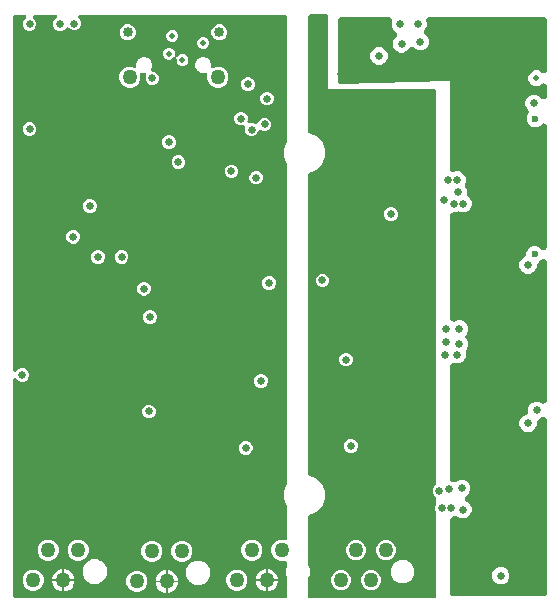
<source format=gbr>
G04 EAGLE Gerber RS-274X export*
G75*
%MOMM*%
%FSLAX34Y34*%
%LPD*%
%INCopper Layer 15*%
%IPPOS*%
%AMOC8*
5,1,8,0,0,1.08239X$1,22.5*%
G01*
G04 Define Apertures*
%ADD10C,1.275000*%
%ADD11C,0.850000*%
%ADD12C,0.650000*%
%ADD13C,0.500000*%
%ADD14C,0.600000*%
G36*
X234070Y3423D02*
X234571Y3766D01*
X234898Y4277D01*
X235000Y4826D01*
X235000Y21139D01*
X234796Y21901D01*
X234310Y22743D01*
X234310Y28257D01*
X234796Y29099D01*
X235000Y29861D01*
X235000Y33392D01*
X234879Y33987D01*
X234536Y34487D01*
X234025Y34814D01*
X233427Y34915D01*
X232893Y34800D01*
X232373Y34585D01*
X228827Y34585D01*
X225550Y35942D01*
X223042Y38450D01*
X221685Y41727D01*
X221685Y45273D01*
X223042Y48550D01*
X225550Y51058D01*
X228827Y52415D01*
X232373Y52415D01*
X232893Y52200D01*
X233488Y52084D01*
X234082Y52209D01*
X234579Y52556D01*
X234902Y53070D01*
X235000Y53608D01*
X235000Y80076D01*
X234884Y80659D01*
X232460Y86511D01*
X232460Y93489D01*
X234884Y99341D01*
X235000Y99924D01*
X235000Y370076D01*
X234884Y370659D01*
X232460Y376511D01*
X232460Y383489D01*
X234884Y389341D01*
X235000Y389924D01*
X235000Y495174D01*
X234879Y495768D01*
X234536Y496269D01*
X234025Y496596D01*
X233476Y496698D01*
X59626Y496698D01*
X59031Y496577D01*
X58531Y496234D01*
X58204Y495723D01*
X58102Y495125D01*
X58242Y494535D01*
X58548Y494096D01*
X59909Y492736D01*
X60790Y490608D01*
X60790Y488304D01*
X59909Y486176D01*
X58280Y484548D01*
X56152Y483666D01*
X53848Y483666D01*
X51720Y484548D01*
X50294Y485973D01*
X49789Y486308D01*
X49192Y486420D01*
X48600Y486290D01*
X48105Y485939D01*
X48066Y485877D01*
X46280Y484092D01*
X44152Y483210D01*
X41848Y483210D01*
X39720Y484092D01*
X38092Y485720D01*
X37210Y487848D01*
X37210Y490152D01*
X38092Y492280D01*
X39908Y494096D01*
X40243Y494602D01*
X40354Y495198D01*
X40224Y495791D01*
X39873Y496285D01*
X39357Y496604D01*
X38830Y496698D01*
X21170Y496698D01*
X20575Y496577D01*
X20075Y496234D01*
X19748Y495723D01*
X19646Y495125D01*
X19786Y494535D01*
X20092Y494096D01*
X21909Y492280D01*
X22790Y490152D01*
X22790Y487848D01*
X21909Y485720D01*
X20280Y484092D01*
X18152Y483210D01*
X15848Y483210D01*
X13720Y484092D01*
X12092Y485720D01*
X11210Y487848D01*
X11210Y490152D01*
X12092Y492280D01*
X13908Y494096D01*
X14243Y494602D01*
X14354Y495198D01*
X14224Y495791D01*
X13873Y496285D01*
X13357Y496604D01*
X12830Y496698D01*
X4826Y496698D01*
X4232Y496577D01*
X3731Y496234D01*
X3404Y495723D01*
X3302Y495174D01*
X3302Y196170D01*
X3423Y195575D01*
X3766Y195075D01*
X4277Y194748D01*
X4875Y194646D01*
X5465Y194786D01*
X5904Y195092D01*
X7720Y196909D01*
X9848Y197790D01*
X12152Y197790D01*
X14280Y196909D01*
X15909Y195280D01*
X16790Y193152D01*
X16790Y190848D01*
X15909Y188720D01*
X14280Y187092D01*
X12152Y186210D01*
X9848Y186210D01*
X7720Y187092D01*
X5904Y188908D01*
X5398Y189243D01*
X4802Y189354D01*
X4209Y189224D01*
X3715Y188873D01*
X3396Y188357D01*
X3302Y187830D01*
X3302Y4826D01*
X3423Y4232D01*
X3766Y3731D01*
X4277Y3404D01*
X4826Y3302D01*
X233476Y3302D01*
X234070Y3423D01*
G37*
%LPC*%
G36*
X176399Y475210D02*
X173904Y476244D01*
X171994Y478154D01*
X170960Y480649D01*
X170960Y483351D01*
X171994Y485846D01*
X173904Y487756D01*
X176399Y488790D01*
X179101Y488790D01*
X181596Y487756D01*
X183506Y485846D01*
X184540Y483351D01*
X184540Y480649D01*
X183506Y478154D01*
X181596Y476244D01*
X179101Y475210D01*
X176399Y475210D01*
G37*
G36*
X98899Y475210D02*
X96404Y476244D01*
X94494Y478154D01*
X93460Y480649D01*
X93460Y483351D01*
X94494Y485846D01*
X96404Y487756D01*
X98899Y488790D01*
X101601Y488790D01*
X104096Y487756D01*
X106006Y485846D01*
X107040Y483351D01*
X107040Y480649D01*
X106006Y478154D01*
X104096Y476244D01*
X101601Y475210D01*
X98899Y475210D01*
G37*
G36*
X136998Y473960D02*
X135145Y474727D01*
X133727Y476145D01*
X132960Y477998D01*
X132960Y480003D01*
X133727Y481855D01*
X135145Y483273D01*
X136998Y484040D01*
X139003Y484040D01*
X140855Y483273D01*
X142273Y481855D01*
X143040Y480003D01*
X143040Y477998D01*
X142273Y476145D01*
X140855Y474727D01*
X139003Y473960D01*
X136998Y473960D01*
G37*
G36*
X162998Y467960D02*
X161145Y468727D01*
X159727Y470145D01*
X158960Y471998D01*
X158960Y474003D01*
X159727Y475855D01*
X161145Y477273D01*
X162998Y478040D01*
X165003Y478040D01*
X166855Y477273D01*
X168273Y475855D01*
X169040Y474003D01*
X169040Y471998D01*
X168273Y470145D01*
X166855Y468727D01*
X165003Y467960D01*
X162998Y467960D01*
G37*
G36*
X145498Y453460D02*
X143645Y454227D01*
X142227Y455645D01*
X141460Y457498D01*
X141460Y459653D01*
X141339Y460248D01*
X140996Y460748D01*
X140485Y461075D01*
X139887Y461176D01*
X139297Y461037D01*
X138858Y460731D01*
X137855Y459727D01*
X136003Y458960D01*
X133998Y458960D01*
X132145Y459727D01*
X130727Y461145D01*
X129960Y462998D01*
X129960Y465003D01*
X130727Y466855D01*
X132145Y468273D01*
X133998Y469040D01*
X136003Y469040D01*
X137855Y468273D01*
X139273Y466855D01*
X140040Y465003D01*
X140040Y462847D01*
X140161Y462253D01*
X140504Y461752D01*
X141015Y461425D01*
X141613Y461324D01*
X142203Y461463D01*
X142642Y461769D01*
X143645Y462773D01*
X145498Y463540D01*
X147503Y463540D01*
X149355Y462773D01*
X150773Y461355D01*
X151540Y459503D01*
X151540Y457498D01*
X150773Y455645D01*
X149355Y454227D01*
X147503Y453460D01*
X145498Y453460D01*
G37*
G36*
X174477Y435085D02*
X171200Y436442D01*
X168692Y438950D01*
X167335Y442227D01*
X167335Y445773D01*
X167368Y445853D01*
X167484Y446448D01*
X167358Y447042D01*
X167012Y447539D01*
X166498Y447862D01*
X165960Y447960D01*
X162248Y447960D01*
X161188Y448572D01*
X161009Y448660D01*
X160295Y448956D01*
X160126Y449125D01*
X159811Y449367D01*
X159212Y449712D01*
X158867Y450311D01*
X158625Y450626D01*
X158456Y450795D01*
X158160Y451509D01*
X158072Y451688D01*
X157460Y452748D01*
X157460Y456252D01*
X158072Y457312D01*
X158160Y457491D01*
X158456Y458205D01*
X158625Y458374D01*
X158867Y458689D01*
X159212Y459288D01*
X159811Y459633D01*
X160126Y459875D01*
X160295Y460044D01*
X161009Y460340D01*
X161188Y460428D01*
X162248Y461040D01*
X165752Y461040D01*
X166812Y460428D01*
X166991Y460340D01*
X167705Y460044D01*
X167874Y459875D01*
X168189Y459633D01*
X168788Y459288D01*
X169133Y458689D01*
X169375Y458374D01*
X169544Y458205D01*
X169840Y457491D01*
X169928Y457312D01*
X170540Y456252D01*
X170540Y453565D01*
X170661Y452971D01*
X171004Y452471D01*
X171515Y452144D01*
X172113Y452042D01*
X172647Y452157D01*
X174477Y452915D01*
X178023Y452915D01*
X181300Y451558D01*
X183808Y449050D01*
X185165Y445773D01*
X185165Y442227D01*
X183808Y438950D01*
X181300Y436442D01*
X178023Y435085D01*
X174477Y435085D01*
G37*
G36*
X99977Y435085D02*
X96700Y436442D01*
X94192Y438950D01*
X92835Y442227D01*
X92835Y445773D01*
X94192Y449050D01*
X96700Y451558D01*
X99977Y452915D01*
X103523Y452915D01*
X105353Y452157D01*
X105948Y452041D01*
X106542Y452167D01*
X107039Y452514D01*
X107362Y453027D01*
X107460Y453565D01*
X107460Y456252D01*
X108072Y457312D01*
X108160Y457491D01*
X108456Y458205D01*
X108625Y458374D01*
X108867Y458689D01*
X109212Y459288D01*
X109811Y459633D01*
X110126Y459875D01*
X110295Y460044D01*
X111009Y460340D01*
X111188Y460428D01*
X112248Y461040D01*
X115752Y461040D01*
X116812Y460428D01*
X116991Y460340D01*
X117705Y460044D01*
X117874Y459875D01*
X118189Y459633D01*
X118788Y459288D01*
X119133Y458689D01*
X119375Y458374D01*
X119544Y458205D01*
X119840Y457491D01*
X119928Y457312D01*
X120540Y456252D01*
X120540Y452748D01*
X119928Y451688D01*
X119840Y451509D01*
X119587Y450897D01*
X119471Y450302D01*
X119596Y449708D01*
X119943Y449211D01*
X120457Y448888D01*
X120995Y448790D01*
X122152Y448790D01*
X124280Y447909D01*
X125909Y446280D01*
X126790Y444152D01*
X126790Y441848D01*
X125909Y439720D01*
X124280Y438092D01*
X122152Y437210D01*
X119848Y437210D01*
X117720Y438092D01*
X116092Y439720D01*
X115210Y441848D01*
X115210Y444152D01*
X115915Y445853D01*
X116031Y446448D01*
X115905Y447042D01*
X115558Y447539D01*
X115045Y447862D01*
X114507Y447960D01*
X112040Y447960D01*
X111446Y447839D01*
X110945Y447496D01*
X110619Y446985D01*
X110517Y446387D01*
X110632Y445853D01*
X110665Y445773D01*
X110665Y442227D01*
X109308Y438950D01*
X106800Y436442D01*
X103523Y435085D01*
X99977Y435085D01*
G37*
G36*
X200848Y432210D02*
X198720Y433092D01*
X197092Y434720D01*
X196210Y436848D01*
X196210Y439152D01*
X197092Y441280D01*
X198720Y442909D01*
X200848Y443790D01*
X203152Y443790D01*
X205280Y442909D01*
X206909Y441280D01*
X207790Y439152D01*
X207790Y436848D01*
X206909Y434720D01*
X205280Y433092D01*
X203152Y432210D01*
X200848Y432210D01*
G37*
G36*
X216848Y420210D02*
X214720Y421092D01*
X213092Y422720D01*
X212210Y424848D01*
X212210Y427152D01*
X213092Y429280D01*
X214720Y430909D01*
X216848Y431790D01*
X219152Y431790D01*
X221280Y430909D01*
X222909Y429280D01*
X223790Y427152D01*
X223790Y424848D01*
X222909Y422720D01*
X221280Y421092D01*
X219152Y420210D01*
X216848Y420210D01*
G37*
G36*
X203848Y393856D02*
X201720Y394738D01*
X200092Y396366D01*
X199210Y398494D01*
X199210Y400798D01*
X199434Y401340D01*
X199550Y401935D01*
X199425Y402528D01*
X199078Y403026D01*
X198565Y403349D01*
X197966Y403446D01*
X197443Y403331D01*
X197152Y403210D01*
X194848Y403210D01*
X192720Y404092D01*
X191092Y405720D01*
X190210Y407848D01*
X190210Y410152D01*
X191092Y412280D01*
X192720Y413909D01*
X194848Y414790D01*
X197152Y414790D01*
X199280Y413909D01*
X200909Y412280D01*
X201790Y410152D01*
X201790Y407848D01*
X201566Y407306D01*
X201450Y406711D01*
X201575Y406118D01*
X201922Y405620D01*
X202435Y405297D01*
X203034Y405200D01*
X203557Y405315D01*
X203848Y405436D01*
X206152Y405436D01*
X208308Y404543D01*
X208904Y404427D01*
X209497Y404552D01*
X209995Y404899D01*
X210299Y405368D01*
X211092Y407280D01*
X212720Y408909D01*
X214848Y409790D01*
X217152Y409790D01*
X219280Y408909D01*
X220909Y407280D01*
X221790Y405152D01*
X221790Y402848D01*
X220909Y400720D01*
X219280Y399092D01*
X217152Y398210D01*
X214848Y398210D01*
X212692Y399103D01*
X212096Y399219D01*
X211503Y399094D01*
X211006Y398747D01*
X210701Y398278D01*
X209909Y396366D01*
X208280Y394738D01*
X206152Y393856D01*
X203848Y393856D01*
G37*
G36*
X15848Y394210D02*
X13720Y395092D01*
X12092Y396720D01*
X11210Y398848D01*
X11210Y401152D01*
X12092Y403280D01*
X13720Y404909D01*
X15848Y405790D01*
X18152Y405790D01*
X20280Y404909D01*
X21909Y403280D01*
X22790Y401152D01*
X22790Y398848D01*
X21909Y396720D01*
X20280Y395092D01*
X18152Y394210D01*
X15848Y394210D01*
G37*
G36*
X133848Y383210D02*
X131720Y384092D01*
X130092Y385720D01*
X129210Y387848D01*
X129210Y390152D01*
X130092Y392280D01*
X131720Y393909D01*
X133848Y394790D01*
X136152Y394790D01*
X138280Y393909D01*
X139909Y392280D01*
X140790Y390152D01*
X140790Y387848D01*
X139909Y385720D01*
X138280Y384092D01*
X136152Y383210D01*
X133848Y383210D01*
G37*
G36*
X141848Y366210D02*
X139720Y367092D01*
X138092Y368720D01*
X137210Y370848D01*
X137210Y373152D01*
X138092Y375280D01*
X139720Y376909D01*
X141848Y377790D01*
X144152Y377790D01*
X146280Y376909D01*
X147909Y375280D01*
X148790Y373152D01*
X148790Y370848D01*
X147909Y368720D01*
X146280Y367092D01*
X144152Y366210D01*
X141848Y366210D01*
G37*
G36*
X186848Y358524D02*
X184720Y359406D01*
X183092Y361034D01*
X182210Y363162D01*
X182210Y365466D01*
X183092Y367594D01*
X184720Y369223D01*
X186848Y370104D01*
X189152Y370104D01*
X191280Y369223D01*
X192909Y367594D01*
X193790Y365466D01*
X193790Y363162D01*
X192909Y361034D01*
X191280Y359406D01*
X189152Y358524D01*
X186848Y358524D01*
G37*
G36*
X207848Y353210D02*
X205720Y354092D01*
X204092Y355720D01*
X203210Y357848D01*
X203210Y360152D01*
X204092Y362280D01*
X205720Y363909D01*
X207848Y364790D01*
X210152Y364790D01*
X212280Y363909D01*
X213909Y362280D01*
X214790Y360152D01*
X214790Y357848D01*
X213909Y355720D01*
X212280Y354092D01*
X210152Y353210D01*
X207848Y353210D01*
G37*
G36*
X66848Y329210D02*
X64720Y330092D01*
X63092Y331720D01*
X62210Y333848D01*
X62210Y336152D01*
X63092Y338280D01*
X64720Y339909D01*
X66848Y340790D01*
X69152Y340790D01*
X71280Y339909D01*
X72909Y338280D01*
X73790Y336152D01*
X73790Y333848D01*
X72909Y331720D01*
X71280Y330092D01*
X69152Y329210D01*
X66848Y329210D01*
G37*
G36*
X52848Y303210D02*
X50720Y304092D01*
X49092Y305720D01*
X48210Y307848D01*
X48210Y310152D01*
X49092Y312280D01*
X50720Y313909D01*
X52848Y314790D01*
X55152Y314790D01*
X57280Y313909D01*
X58909Y312280D01*
X59790Y310152D01*
X59790Y307848D01*
X58909Y305720D01*
X57280Y304092D01*
X55152Y303210D01*
X52848Y303210D01*
G37*
G36*
X93848Y286210D02*
X91720Y287092D01*
X90092Y288720D01*
X89210Y290848D01*
X89210Y293152D01*
X90092Y295280D01*
X91720Y296909D01*
X93848Y297790D01*
X96152Y297790D01*
X98280Y296909D01*
X99909Y295280D01*
X100790Y293152D01*
X100790Y290848D01*
X99909Y288720D01*
X98280Y287092D01*
X96152Y286210D01*
X93848Y286210D01*
G37*
G36*
X73848Y286210D02*
X71720Y287092D01*
X70092Y288720D01*
X69210Y290848D01*
X69210Y293152D01*
X70092Y295280D01*
X71720Y296909D01*
X73848Y297790D01*
X76152Y297790D01*
X78280Y296909D01*
X79909Y295280D01*
X80790Y293152D01*
X80790Y290848D01*
X79909Y288720D01*
X78280Y287092D01*
X76152Y286210D01*
X73848Y286210D01*
G37*
G36*
X218848Y264210D02*
X216720Y265092D01*
X215092Y266720D01*
X214210Y268848D01*
X214210Y271152D01*
X215092Y273280D01*
X216720Y274909D01*
X218848Y275790D01*
X221152Y275790D01*
X223280Y274909D01*
X224909Y273280D01*
X225790Y271152D01*
X225790Y268848D01*
X224909Y266720D01*
X223280Y265092D01*
X221152Y264210D01*
X218848Y264210D01*
G37*
G36*
X112848Y259210D02*
X110720Y260092D01*
X109092Y261720D01*
X108210Y263848D01*
X108210Y266152D01*
X109092Y268280D01*
X110720Y269909D01*
X112848Y270790D01*
X115152Y270790D01*
X117280Y269909D01*
X118909Y268280D01*
X119790Y266152D01*
X119790Y263848D01*
X118909Y261720D01*
X117280Y260092D01*
X115152Y259210D01*
X112848Y259210D01*
G37*
G36*
X117848Y235210D02*
X115720Y236092D01*
X114092Y237720D01*
X113210Y239848D01*
X113210Y242152D01*
X114092Y244280D01*
X115720Y245909D01*
X117848Y246790D01*
X120152Y246790D01*
X122280Y245909D01*
X123909Y244280D01*
X124790Y242152D01*
X124790Y239848D01*
X123909Y237720D01*
X122280Y236092D01*
X120152Y235210D01*
X117848Y235210D01*
G37*
G36*
X211848Y181210D02*
X209720Y182092D01*
X208092Y183720D01*
X207210Y185848D01*
X207210Y188152D01*
X208092Y190280D01*
X209720Y191909D01*
X211848Y192790D01*
X214152Y192790D01*
X216280Y191909D01*
X217909Y190280D01*
X218790Y188152D01*
X218790Y185848D01*
X217909Y183720D01*
X216280Y182092D01*
X214152Y181210D01*
X211848Y181210D01*
G37*
G36*
X116848Y155210D02*
X114720Y156092D01*
X113092Y157720D01*
X112210Y159848D01*
X112210Y162152D01*
X113092Y164280D01*
X114720Y165909D01*
X116848Y166790D01*
X119152Y166790D01*
X121280Y165909D01*
X122909Y164280D01*
X123790Y162152D01*
X123790Y159848D01*
X122909Y157720D01*
X121280Y156092D01*
X119152Y155210D01*
X116848Y155210D01*
G37*
G36*
X198848Y124210D02*
X196720Y125092D01*
X195092Y126720D01*
X194210Y128848D01*
X194210Y131152D01*
X195092Y133280D01*
X196720Y134909D01*
X198848Y135790D01*
X201152Y135790D01*
X203280Y134909D01*
X204909Y133280D01*
X205790Y131152D01*
X205790Y128848D01*
X204909Y126720D01*
X203280Y125092D01*
X201152Y124210D01*
X198848Y124210D01*
G37*
G36*
X31065Y34585D02*
X27788Y35942D01*
X25280Y38450D01*
X23923Y41727D01*
X23923Y45273D01*
X25280Y48550D01*
X27788Y51058D01*
X31065Y52415D01*
X34611Y52415D01*
X37888Y51058D01*
X40396Y48550D01*
X41753Y45273D01*
X41753Y41727D01*
X40396Y38450D01*
X37888Y35942D01*
X34611Y34585D01*
X31065Y34585D01*
G37*
G36*
X203427Y34585D02*
X200150Y35942D01*
X197642Y38450D01*
X196285Y41727D01*
X196285Y45273D01*
X197642Y48550D01*
X200150Y51058D01*
X203427Y52415D01*
X206973Y52415D01*
X210250Y51058D01*
X212758Y48550D01*
X214115Y45273D01*
X214115Y41727D01*
X212758Y38450D01*
X210250Y35942D01*
X206973Y34585D01*
X203427Y34585D01*
G37*
G36*
X56465Y34585D02*
X53188Y35942D01*
X50680Y38450D01*
X49323Y41727D01*
X49323Y45273D01*
X50680Y48550D01*
X53188Y51058D01*
X56465Y52415D01*
X60011Y52415D01*
X63288Y51058D01*
X65796Y48550D01*
X67153Y45273D01*
X67153Y41727D01*
X65796Y38450D01*
X63288Y35942D01*
X60011Y34585D01*
X56465Y34585D01*
G37*
G36*
X118627Y33585D02*
X115350Y34942D01*
X112842Y37450D01*
X111485Y40727D01*
X111485Y44273D01*
X112842Y47550D01*
X115350Y50058D01*
X118627Y51415D01*
X122173Y51415D01*
X125450Y50058D01*
X127958Y47550D01*
X129315Y44273D01*
X129315Y40727D01*
X127958Y37450D01*
X125450Y34942D01*
X122173Y33585D01*
X118627Y33585D01*
G37*
G36*
X144027Y33585D02*
X140750Y34942D01*
X138242Y37450D01*
X136885Y40727D01*
X136885Y44273D01*
X138242Y47550D01*
X140750Y50058D01*
X144027Y51415D01*
X147573Y51415D01*
X150850Y50058D01*
X153358Y47550D01*
X154715Y44273D01*
X154715Y40727D01*
X153358Y37450D01*
X150850Y34942D01*
X147573Y33585D01*
X144027Y33585D01*
G37*
G36*
X69481Y15210D02*
X67764Y16201D01*
X67585Y16290D01*
X66409Y16777D01*
X66062Y17124D01*
X65746Y17366D01*
X64705Y17967D01*
X64104Y19008D01*
X63862Y19324D01*
X63515Y19671D01*
X63028Y20847D01*
X62939Y21026D01*
X61948Y22743D01*
X61948Y28257D01*
X62939Y29974D01*
X63028Y30153D01*
X63515Y31329D01*
X63862Y31676D01*
X64104Y31992D01*
X64705Y33033D01*
X65746Y33634D01*
X66062Y33876D01*
X66409Y34223D01*
X67585Y34710D01*
X67764Y34799D01*
X69481Y35790D01*
X74995Y35790D01*
X76712Y34799D01*
X76891Y34710D01*
X78067Y34223D01*
X78414Y33876D01*
X78730Y33634D01*
X79771Y33033D01*
X80372Y31992D01*
X80614Y31676D01*
X80961Y31329D01*
X81448Y30153D01*
X81537Y29974D01*
X82528Y28257D01*
X82528Y22743D01*
X81537Y21026D01*
X81448Y20847D01*
X80961Y19671D01*
X80614Y19324D01*
X80372Y19008D01*
X79771Y17967D01*
X78730Y17366D01*
X78414Y17124D01*
X78067Y16777D01*
X76891Y16290D01*
X76712Y16201D01*
X74995Y15210D01*
X69481Y15210D01*
G37*
G36*
X157043Y14210D02*
X155326Y15201D01*
X155147Y15290D01*
X153971Y15777D01*
X153624Y16124D01*
X153308Y16366D01*
X152267Y16967D01*
X151666Y18008D01*
X151424Y18324D01*
X151077Y18671D01*
X150590Y19847D01*
X150501Y20026D01*
X149510Y21743D01*
X149510Y27257D01*
X150501Y28974D01*
X150590Y29153D01*
X151077Y30329D01*
X151424Y30676D01*
X151666Y30992D01*
X152267Y32033D01*
X153308Y32634D01*
X153624Y32876D01*
X153971Y33223D01*
X155147Y33710D01*
X155326Y33799D01*
X157043Y34790D01*
X162557Y34790D01*
X164274Y33799D01*
X164453Y33710D01*
X165629Y33223D01*
X165976Y32876D01*
X166292Y32634D01*
X167333Y32033D01*
X167934Y30992D01*
X168176Y30676D01*
X168523Y30329D01*
X169010Y29153D01*
X169099Y28974D01*
X170090Y27257D01*
X170090Y21743D01*
X169099Y20026D01*
X169010Y19847D01*
X168523Y18671D01*
X168176Y18324D01*
X167934Y18008D01*
X167333Y16967D01*
X166292Y16366D01*
X165976Y16124D01*
X165629Y15777D01*
X164453Y15290D01*
X164274Y15201D01*
X162557Y14210D01*
X157043Y14210D01*
G37*
G36*
X208525Y18862D02*
X208525Y19965D01*
X209952Y23411D01*
X212589Y26048D01*
X216035Y27475D01*
X217138Y27475D01*
X217138Y18862D01*
X208525Y18862D01*
G37*
G36*
X36163Y18862D02*
X36163Y19965D01*
X37590Y23411D01*
X40227Y26048D01*
X43673Y27475D01*
X44776Y27475D01*
X44776Y18862D01*
X36163Y18862D01*
G37*
G36*
X46300Y18862D02*
X46300Y27475D01*
X47403Y27475D01*
X50849Y26048D01*
X53486Y23411D01*
X54913Y19965D01*
X54913Y18862D01*
X46300Y18862D01*
G37*
G36*
X218662Y18862D02*
X218662Y27475D01*
X219765Y27475D01*
X223211Y26048D01*
X225848Y23411D01*
X227275Y19965D01*
X227275Y18862D01*
X218662Y18862D01*
G37*
G36*
X190727Y9185D02*
X187450Y10542D01*
X184942Y13050D01*
X183585Y16327D01*
X183585Y19873D01*
X184942Y23150D01*
X187450Y25658D01*
X190727Y27015D01*
X194273Y27015D01*
X197550Y25658D01*
X200058Y23150D01*
X201415Y19873D01*
X201415Y16327D01*
X200058Y13050D01*
X197550Y10542D01*
X194273Y9185D01*
X190727Y9185D01*
G37*
G36*
X18365Y9185D02*
X15088Y10542D01*
X12580Y13050D01*
X11223Y16327D01*
X11223Y19873D01*
X12580Y23150D01*
X15088Y25658D01*
X18365Y27015D01*
X21911Y27015D01*
X25188Y25658D01*
X27696Y23150D01*
X29053Y19873D01*
X29053Y16327D01*
X27696Y13050D01*
X25188Y10542D01*
X21911Y9185D01*
X18365Y9185D01*
G37*
G36*
X123725Y17862D02*
X123725Y18965D01*
X125152Y22411D01*
X127789Y25048D01*
X131235Y26475D01*
X132338Y26475D01*
X132338Y17862D01*
X123725Y17862D01*
G37*
G36*
X133862Y17862D02*
X133862Y26475D01*
X134965Y26475D01*
X138411Y25048D01*
X141048Y22411D01*
X142475Y18965D01*
X142475Y17862D01*
X133862Y17862D01*
G37*
G36*
X105927Y8185D02*
X102650Y9542D01*
X100142Y12050D01*
X98785Y15327D01*
X98785Y18873D01*
X100142Y22150D01*
X102650Y24658D01*
X105927Y26015D01*
X109473Y26015D01*
X112750Y24658D01*
X115258Y22150D01*
X116615Y18873D01*
X116615Y15327D01*
X115258Y12050D01*
X112750Y9542D01*
X109473Y8185D01*
X105927Y8185D01*
G37*
G36*
X218662Y8725D02*
X218662Y17338D01*
X227275Y17338D01*
X227275Y16235D01*
X225848Y12789D01*
X223211Y10152D01*
X219765Y8725D01*
X218662Y8725D01*
G37*
G36*
X216035Y8725D02*
X212589Y10152D01*
X209952Y12789D01*
X208525Y16235D01*
X208525Y17338D01*
X217138Y17338D01*
X217138Y8725D01*
X216035Y8725D01*
G37*
G36*
X46300Y8725D02*
X46300Y17338D01*
X54913Y17338D01*
X54913Y16235D01*
X53486Y12789D01*
X50849Y10152D01*
X47403Y8725D01*
X46300Y8725D01*
G37*
G36*
X43673Y8725D02*
X40227Y10152D01*
X37590Y12789D01*
X36163Y16235D01*
X36163Y17338D01*
X44776Y17338D01*
X44776Y8725D01*
X43673Y8725D01*
G37*
G36*
X133862Y7725D02*
X133862Y16338D01*
X142475Y16338D01*
X142475Y15235D01*
X141048Y11789D01*
X138411Y9152D01*
X134965Y7725D01*
X133862Y7725D01*
G37*
G36*
X131235Y7725D02*
X127789Y9152D01*
X125152Y11789D01*
X123725Y15235D01*
X123725Y16338D01*
X132338Y16338D01*
X132338Y7725D01*
X131235Y7725D01*
G37*
%LPD*%
G36*
X360070Y2883D02*
X360571Y3226D01*
X360898Y3737D01*
X361000Y4286D01*
X361000Y75638D01*
X360884Y76221D01*
X360210Y77848D01*
X360210Y80152D01*
X360884Y81779D01*
X361000Y82362D01*
X361000Y88180D01*
X360879Y88775D01*
X360554Y89258D01*
X359092Y90720D01*
X358210Y92848D01*
X358210Y95152D01*
X359092Y97280D01*
X360554Y98742D01*
X360889Y99248D01*
X361000Y99820D01*
X361000Y432476D01*
X360879Y433070D01*
X360536Y433571D01*
X360025Y433898D01*
X359476Y434000D01*
X270087Y434000D01*
X270008Y434009D01*
X270006Y434014D01*
X270000Y434074D01*
X270000Y495714D01*
X269879Y496308D01*
X269536Y496809D01*
X269025Y497136D01*
X268476Y497238D01*
X254524Y497238D01*
X253930Y497117D01*
X253429Y496774D01*
X253102Y496263D01*
X253000Y495714D01*
X253000Y398176D01*
X253121Y397582D01*
X253464Y397082D01*
X253941Y396768D01*
X259630Y394412D01*
X264412Y389630D01*
X267000Y383382D01*
X267000Y376619D01*
X264412Y370370D01*
X259630Y365588D01*
X253941Y363232D01*
X253438Y362893D01*
X253107Y362384D01*
X253000Y361824D01*
X253000Y108176D01*
X253121Y107582D01*
X253464Y107082D01*
X253941Y106768D01*
X259630Y104412D01*
X264412Y99630D01*
X267000Y93382D01*
X267000Y86619D01*
X264412Y80370D01*
X259630Y75588D01*
X253941Y73232D01*
X253438Y72893D01*
X253107Y72384D01*
X253000Y71824D01*
X253000Y31002D01*
X253116Y30419D01*
X253325Y29914D01*
X253413Y29735D01*
X254350Y28113D01*
X254350Y22888D01*
X253413Y21265D01*
X253325Y21086D01*
X253116Y20581D01*
X253000Y19998D01*
X253000Y4286D01*
X253121Y3692D01*
X253464Y3191D01*
X253975Y2864D01*
X254524Y2762D01*
X359476Y2762D01*
X360070Y2883D01*
G37*
%LPC*%
G36*
X321848Y322210D02*
X319720Y323092D01*
X318092Y324720D01*
X317210Y326848D01*
X317210Y329152D01*
X318092Y331280D01*
X319720Y332909D01*
X321848Y333790D01*
X324152Y333790D01*
X326280Y332909D01*
X327909Y331280D01*
X328790Y329152D01*
X328790Y326848D01*
X327909Y324720D01*
X326280Y323092D01*
X324152Y322210D01*
X321848Y322210D01*
G37*
G36*
X263848Y266210D02*
X261720Y267092D01*
X260092Y268720D01*
X259210Y270848D01*
X259210Y273152D01*
X260092Y275280D01*
X261720Y276909D01*
X263848Y277790D01*
X266152Y277790D01*
X268280Y276909D01*
X269909Y275280D01*
X270790Y273152D01*
X270790Y270848D01*
X269909Y268720D01*
X268280Y267092D01*
X266152Y266210D01*
X263848Y266210D01*
G37*
G36*
X283848Y199210D02*
X281720Y200092D01*
X280092Y201720D01*
X279210Y203848D01*
X279210Y206152D01*
X280092Y208280D01*
X281720Y209909D01*
X283848Y210790D01*
X286152Y210790D01*
X288280Y209909D01*
X289909Y208280D01*
X290790Y206152D01*
X290790Y203848D01*
X289909Y201720D01*
X288280Y200092D01*
X286152Y199210D01*
X283848Y199210D01*
G37*
G36*
X287848Y126210D02*
X285720Y127092D01*
X284092Y128720D01*
X283210Y130848D01*
X283210Y133152D01*
X284092Y135280D01*
X285720Y136909D01*
X287848Y137790D01*
X290152Y137790D01*
X292280Y136909D01*
X293909Y135280D01*
X294790Y133152D01*
X294790Y130848D01*
X293909Y128720D01*
X292280Y127092D01*
X290152Y126210D01*
X287848Y126210D01*
G37*
G36*
X317134Y35125D02*
X314056Y36400D01*
X311700Y38756D01*
X310425Y41834D01*
X310425Y45166D01*
X311700Y48244D01*
X314056Y50600D01*
X317134Y51875D01*
X320466Y51875D01*
X323544Y50600D01*
X325900Y48244D01*
X327175Y45166D01*
X327175Y41834D01*
X325900Y38756D01*
X323544Y36400D01*
X320466Y35125D01*
X317134Y35125D01*
G37*
G36*
X291734Y35125D02*
X288656Y36400D01*
X286300Y38756D01*
X285025Y41834D01*
X285025Y45166D01*
X286300Y48244D01*
X288656Y50600D01*
X291734Y51875D01*
X295066Y51875D01*
X298144Y50600D01*
X300500Y48244D01*
X301775Y45166D01*
X301775Y41834D01*
X300500Y38756D01*
X298144Y36400D01*
X295066Y35125D01*
X291734Y35125D01*
G37*
G36*
X330188Y15750D02*
X328565Y16687D01*
X328386Y16775D01*
X327277Y17234D01*
X326955Y17556D01*
X326640Y17798D01*
X325663Y18363D01*
X325098Y19340D01*
X324856Y19655D01*
X324534Y19977D01*
X324075Y21086D01*
X323987Y21265D01*
X323050Y22888D01*
X323050Y28113D01*
X323987Y29735D01*
X324075Y29914D01*
X324534Y31023D01*
X324856Y31345D01*
X325098Y31660D01*
X325663Y32638D01*
X326640Y33202D01*
X326955Y33444D01*
X327277Y33766D01*
X328386Y34225D01*
X328565Y34313D01*
X330188Y35250D01*
X335413Y35250D01*
X337035Y34313D01*
X337214Y34225D01*
X338323Y33766D01*
X338645Y33444D01*
X338960Y33202D01*
X339938Y32638D01*
X340502Y31660D01*
X340744Y31345D01*
X341066Y31023D01*
X341525Y29914D01*
X341613Y29735D01*
X342550Y28113D01*
X342550Y22888D01*
X341613Y21265D01*
X341525Y21086D01*
X341066Y19977D01*
X340744Y19655D01*
X340502Y19340D01*
X339938Y18363D01*
X338960Y17798D01*
X338645Y17556D01*
X338323Y17234D01*
X337214Y16775D01*
X337035Y16687D01*
X335413Y15750D01*
X330188Y15750D01*
G37*
G36*
X304434Y9725D02*
X301356Y11000D01*
X299000Y13356D01*
X297725Y16434D01*
X297725Y19766D01*
X299000Y22844D01*
X301356Y25200D01*
X304434Y26475D01*
X307766Y26475D01*
X310844Y25200D01*
X313200Y22844D01*
X314475Y19766D01*
X314475Y16434D01*
X313200Y13356D01*
X310844Y11000D01*
X307766Y9725D01*
X304434Y9725D01*
G37*
G36*
X279034Y9725D02*
X275956Y11000D01*
X273600Y13356D01*
X272325Y16434D01*
X272325Y19766D01*
X273600Y22844D01*
X275956Y25200D01*
X279034Y26475D01*
X282366Y26475D01*
X285444Y25200D01*
X287800Y22844D01*
X289075Y19766D01*
X289075Y16434D01*
X287800Y13356D01*
X285444Y11000D01*
X282366Y9725D01*
X279034Y9725D01*
G37*
%LPD*%
G36*
X453315Y5067D02*
X454315Y5753D01*
X454969Y6775D01*
X455174Y7874D01*
X455174Y153213D01*
X454933Y154402D01*
X454247Y155403D01*
X453225Y156056D01*
X452029Y156260D01*
X450960Y156029D01*
X448196Y154884D01*
X447190Y154206D01*
X446528Y153190D01*
X446314Y152068D01*
X446314Y149545D01*
X445201Y146857D01*
X443143Y144800D01*
X440455Y143686D01*
X437545Y143686D01*
X434857Y144800D01*
X432800Y146857D01*
X431686Y149545D01*
X431686Y152455D01*
X432800Y155143D01*
X434857Y157201D01*
X437066Y158116D01*
X438072Y158794D01*
X438734Y159810D01*
X438948Y160932D01*
X438948Y163455D01*
X440062Y166143D01*
X442119Y168201D01*
X444807Y169314D01*
X447717Y169314D01*
X450960Y167971D01*
X452150Y167739D01*
X453337Y167990D01*
X454332Y168684D01*
X454978Y169711D01*
X455174Y170787D01*
X455174Y287063D01*
X454933Y288252D01*
X454247Y289253D01*
X453225Y289907D01*
X452029Y290110D01*
X450848Y289831D01*
X449971Y289219D01*
X448763Y288011D01*
X448196Y287776D01*
X447190Y287098D01*
X446528Y286082D01*
X446314Y284960D01*
X446314Y283545D01*
X445201Y280857D01*
X443143Y278800D01*
X440455Y277686D01*
X437545Y277686D01*
X434857Y278800D01*
X432800Y280857D01*
X431686Y283545D01*
X431686Y286455D01*
X432800Y289143D01*
X434857Y291201D01*
X435816Y291598D01*
X436822Y292276D01*
X437484Y293293D01*
X437698Y294414D01*
X437698Y295405D01*
X438773Y298001D01*
X440761Y299989D01*
X443357Y301064D01*
X446167Y301064D01*
X448763Y299989D01*
X449971Y298781D01*
X450982Y298111D01*
X452175Y297889D01*
X453359Y298149D01*
X454349Y298851D01*
X454986Y299883D01*
X455174Y300937D01*
X455174Y401825D01*
X454933Y403014D01*
X454247Y404015D01*
X453225Y404669D01*
X452029Y404872D01*
X450848Y404593D01*
X449971Y403981D01*
X449001Y403011D01*
X446405Y401936D01*
X443595Y401936D01*
X440999Y403011D01*
X439011Y404999D01*
X437936Y407595D01*
X437936Y410405D01*
X439199Y413455D01*
X439348Y413679D01*
X439570Y414872D01*
X439310Y416057D01*
X438678Y416979D01*
X437799Y417857D01*
X436686Y420545D01*
X436686Y423455D01*
X437800Y426143D01*
X439857Y428201D01*
X442545Y429314D01*
X445455Y429314D01*
X448143Y428201D01*
X449971Y426373D01*
X450982Y425703D01*
X452175Y425480D01*
X453359Y425741D01*
X454349Y426443D01*
X454986Y427475D01*
X455174Y428528D01*
X455174Y435707D01*
X454933Y436896D01*
X454247Y437896D01*
X453225Y438550D01*
X452029Y438754D01*
X450848Y438474D01*
X449971Y437862D01*
X449718Y437610D01*
X447306Y436611D01*
X444694Y436611D01*
X442282Y437610D01*
X440435Y439456D01*
X439436Y441869D01*
X439436Y444480D01*
X440435Y446893D01*
X442282Y448739D01*
X444694Y449739D01*
X447306Y449739D01*
X449718Y448739D01*
X449971Y448487D01*
X450982Y447817D01*
X452175Y447594D01*
X453359Y447855D01*
X454349Y448556D01*
X454986Y449589D01*
X455174Y450642D01*
X455174Y492126D01*
X454933Y493315D01*
X454247Y494315D01*
X453225Y494969D01*
X452126Y495174D01*
X355921Y495174D01*
X354732Y494933D01*
X353732Y494247D01*
X353078Y493225D01*
X352874Y492029D01*
X353105Y490960D01*
X353314Y490455D01*
X353314Y487545D01*
X352201Y484857D01*
X351999Y484655D01*
X351329Y483644D01*
X351106Y482451D01*
X351367Y481267D01*
X351999Y480345D01*
X354201Y478143D01*
X355314Y475455D01*
X355314Y472545D01*
X354201Y469857D01*
X352143Y467800D01*
X349455Y466686D01*
X346545Y466686D01*
X343857Y467800D01*
X343066Y468590D01*
X342055Y469260D01*
X340862Y469483D01*
X339677Y469223D01*
X338688Y468521D01*
X338367Y468023D01*
X336143Y465800D01*
X333455Y464686D01*
X330545Y464686D01*
X327857Y465800D01*
X325800Y467857D01*
X324686Y470545D01*
X324686Y473455D01*
X325800Y476143D01*
X327590Y477934D01*
X328260Y478945D01*
X328483Y480138D01*
X328223Y481323D01*
X327521Y482312D01*
X327023Y482633D01*
X324800Y484857D01*
X323686Y487545D01*
X323686Y490455D01*
X323895Y490960D01*
X324127Y492150D01*
X323876Y493337D01*
X323182Y494332D01*
X322155Y494978D01*
X321079Y495174D01*
X281048Y495174D01*
X279859Y494933D01*
X278859Y494247D01*
X278205Y493225D01*
X278000Y492126D01*
X278000Y441136D01*
X278241Y439947D01*
X278927Y438947D01*
X279949Y438293D01*
X281135Y438089D01*
X371540Y440665D01*
X372354Y440800D01*
X372882Y440964D01*
X372992Y440988D01*
X373000Y440943D01*
X373000Y440933D01*
X373000Y366993D01*
X373241Y365804D01*
X373927Y364804D01*
X374949Y364150D01*
X376145Y363947D01*
X377214Y364177D01*
X377545Y364314D01*
X380455Y364314D01*
X383143Y363201D01*
X385201Y361143D01*
X386314Y358455D01*
X386314Y355545D01*
X385771Y354234D01*
X385539Y353043D01*
X385790Y351856D01*
X386085Y351422D01*
X387314Y348455D01*
X387314Y345292D01*
X387555Y344103D01*
X388207Y343137D01*
X390201Y341143D01*
X391314Y338455D01*
X391314Y335545D01*
X390201Y332857D01*
X388143Y330800D01*
X385455Y329686D01*
X382545Y329686D01*
X381166Y330257D01*
X379976Y330489D01*
X378834Y330257D01*
X377455Y329686D01*
X376048Y329686D01*
X374859Y329445D01*
X373859Y328759D01*
X373205Y327737D01*
X373000Y326638D01*
X373000Y240165D01*
X373241Y238976D01*
X373927Y237975D01*
X374949Y237322D01*
X376145Y237118D01*
X377214Y237349D01*
X379545Y238314D01*
X382455Y238314D01*
X385143Y237201D01*
X387201Y235143D01*
X388314Y232455D01*
X388314Y229545D01*
X387201Y226857D01*
X386999Y226655D01*
X386329Y225644D01*
X386106Y224451D01*
X386367Y223267D01*
X386999Y222345D01*
X387201Y222143D01*
X388314Y219455D01*
X388314Y216545D01*
X387201Y213857D01*
X387017Y213674D01*
X386347Y212662D01*
X386125Y211470D01*
X386314Y210558D01*
X386314Y207545D01*
X385201Y204857D01*
X383143Y202800D01*
X380455Y201686D01*
X377545Y201686D01*
X377214Y201823D01*
X376024Y202055D01*
X374837Y201804D01*
X373842Y201110D01*
X373196Y200083D01*
X373000Y199007D01*
X373000Y104539D01*
X373241Y103350D01*
X373927Y102350D01*
X374882Y101723D01*
X375473Y101478D01*
X376664Y101246D01*
X377851Y101497D01*
X378795Y102139D01*
X378857Y102201D01*
X381545Y103314D01*
X384455Y103314D01*
X387143Y102201D01*
X389201Y100143D01*
X390314Y97455D01*
X390314Y94545D01*
X389201Y91857D01*
X386714Y89371D01*
X386715Y89370D01*
X386676Y89344D01*
X386015Y88327D01*
X385802Y87133D01*
X386072Y85950D01*
X386783Y84967D01*
X387683Y84391D01*
X388143Y84200D01*
X390201Y82143D01*
X391314Y79455D01*
X391314Y76545D01*
X390201Y73857D01*
X388143Y71800D01*
X385455Y70686D01*
X382545Y70686D01*
X379543Y71930D01*
X379077Y72238D01*
X377884Y72461D01*
X376766Y72229D01*
X374895Y71454D01*
X374896Y71452D01*
X374859Y71445D01*
X373859Y70759D01*
X373205Y69737D01*
X373000Y68638D01*
X373000Y7874D01*
X373241Y6685D01*
X373927Y5685D01*
X374949Y5031D01*
X376048Y4826D01*
X452126Y4826D01*
X453315Y5067D01*
G37*
%LPC*%
G36*
X311545Y454686D02*
X308857Y455800D01*
X306800Y457857D01*
X305686Y460545D01*
X305686Y463455D01*
X306800Y466143D01*
X308857Y468201D01*
X311545Y469314D01*
X314455Y469314D01*
X317143Y468201D01*
X319201Y466143D01*
X320314Y463455D01*
X320314Y460545D01*
X319201Y457857D01*
X317143Y455800D01*
X314455Y454686D01*
X311545Y454686D01*
G37*
G36*
X414545Y14686D02*
X411857Y15800D01*
X409800Y17857D01*
X408686Y20545D01*
X408686Y23455D01*
X409800Y26143D01*
X411857Y28201D01*
X414545Y29314D01*
X417455Y29314D01*
X420143Y28201D01*
X422201Y26143D01*
X423314Y23455D01*
X423314Y20545D01*
X422201Y17857D01*
X420143Y15800D01*
X417455Y14686D01*
X414545Y14686D01*
G37*
%LPD*%
D10*
X318800Y43500D03*
X306100Y18100D03*
X293400Y43500D03*
X280700Y18100D03*
X230600Y43500D03*
X217900Y18100D03*
X205200Y43500D03*
X192500Y18100D03*
X58238Y43500D03*
X45538Y18100D03*
X32838Y43500D03*
X20138Y18100D03*
X145800Y42500D03*
X133100Y17100D03*
X120400Y42500D03*
X107700Y17100D03*
X176250Y444000D03*
X101750Y444000D03*
D11*
X177750Y482000D03*
X100250Y482000D03*
D12*
X119000Y241000D03*
X220000Y270000D03*
X200000Y130000D03*
X213000Y187000D03*
X54000Y309000D03*
X55000Y489456D03*
X17000Y489000D03*
X218000Y426000D03*
X216000Y404000D03*
X209000Y359000D03*
X196000Y409000D03*
X205000Y399646D03*
X188000Y364314D03*
X68000Y335000D03*
X43000Y489000D03*
D13*
X164000Y473000D03*
D12*
X121000Y443000D03*
X75000Y292000D03*
X95000Y292000D03*
X265000Y272000D03*
X369000Y209000D03*
X381000Y231000D03*
X379000Y209000D03*
X381000Y218000D03*
X313000Y462000D03*
X444000Y422000D03*
X371000Y357000D03*
X379000Y357000D03*
X376000Y337000D03*
X368000Y340000D03*
X384000Y337000D03*
X380000Y347000D03*
X372000Y95000D03*
X366000Y79000D03*
X374000Y79000D03*
X384000Y78000D03*
X323000Y328000D03*
X285000Y205000D03*
X439000Y285000D03*
X289000Y132000D03*
X416000Y22000D03*
X439000Y151000D03*
X331000Y489000D03*
X346000Y489000D03*
X332000Y472000D03*
X348000Y474000D03*
X370000Y220000D03*
X370000Y231000D03*
X446262Y162000D03*
D13*
X446000Y443175D03*
D14*
X445000Y409000D03*
X444762Y294000D03*
D12*
X364000Y94000D03*
X383000Y96000D03*
X263000Y492012D03*
X263000Y484000D03*
X263000Y476000D03*
X292000Y340000D03*
X353000Y125000D03*
X342000Y171000D03*
X300000Y174000D03*
X351000Y264000D03*
X354000Y377000D03*
X352000Y37000D03*
X279000Y415000D03*
X339000Y296000D03*
X182000Y171000D03*
X208000Y345000D03*
X81000Y476000D03*
X221000Y493000D03*
X165000Y409000D03*
X187231Y381800D03*
X75000Y307000D03*
X94180Y307346D03*
X281000Y447000D03*
X399000Y422000D03*
X408000Y423000D03*
X418000Y423000D03*
X429000Y422000D03*
X424000Y412000D03*
X411000Y411000D03*
D13*
X405000Y274000D03*
X411000Y276000D03*
X411000Y147000D03*
X406000Y144000D03*
D12*
X413000Y432000D03*
X400000Y434000D03*
X143000Y372000D03*
X11000Y192000D03*
X118000Y161000D03*
D13*
X146500Y458500D03*
X135000Y464000D03*
D12*
X135000Y389000D03*
X17000Y400000D03*
X114000Y265000D03*
X202000Y438000D03*
D13*
X138000Y479000D03*
M02*

</source>
